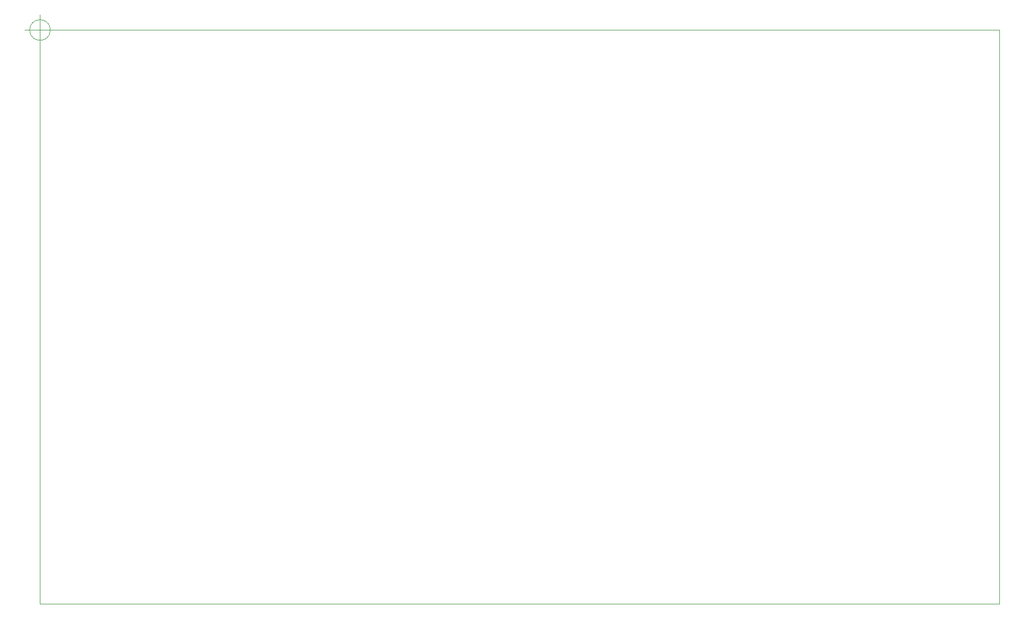
<source format=gbr>
%TF.GenerationSoftware,KiCad,Pcbnew,(5.1.8)-1*%
%TF.CreationDate,2021-06-08T09:03:09+02:00*%
%TF.ProjectId,Telerupteur_Recepteur_RF433_V2,54656c65-7275-4707-9465-75725f526563,V2*%
%TF.SameCoordinates,Original*%
%TF.FileFunction,Legend,Bot*%
%TF.FilePolarity,Positive*%
%FSLAX46Y46*%
G04 Gerber Fmt 4.6, Leading zero omitted, Abs format (unit mm)*
G04 Created by KiCad (PCBNEW (5.1.8)-1) date 2021-06-08 09:03:09*
%MOMM*%
%LPD*%
G01*
G04 APERTURE LIST*
%TA.AperFunction,Profile*%
%ADD10C,0.050000*%
%TD*%
%TA.AperFunction,Profile*%
%ADD11C,0.100000*%
%TD*%
G04 APERTURE END LIST*
D10*
X47566666Y-43200000D02*
G75*
G03*
X47566666Y-43200000I-1666666J0D01*
G01*
X43400000Y-43200000D02*
X48400000Y-43200000D01*
X45900000Y-40700000D02*
X45900000Y-45700000D01*
D11*
X200800000Y-43180000D02*
X200800000Y-135910000D01*
X45900000Y-43200000D02*
X200800000Y-43180000D01*
X45900000Y-135900000D02*
X45900000Y-43200000D01*
X200800000Y-135910000D02*
X45900000Y-135900000D01*
M02*

</source>
